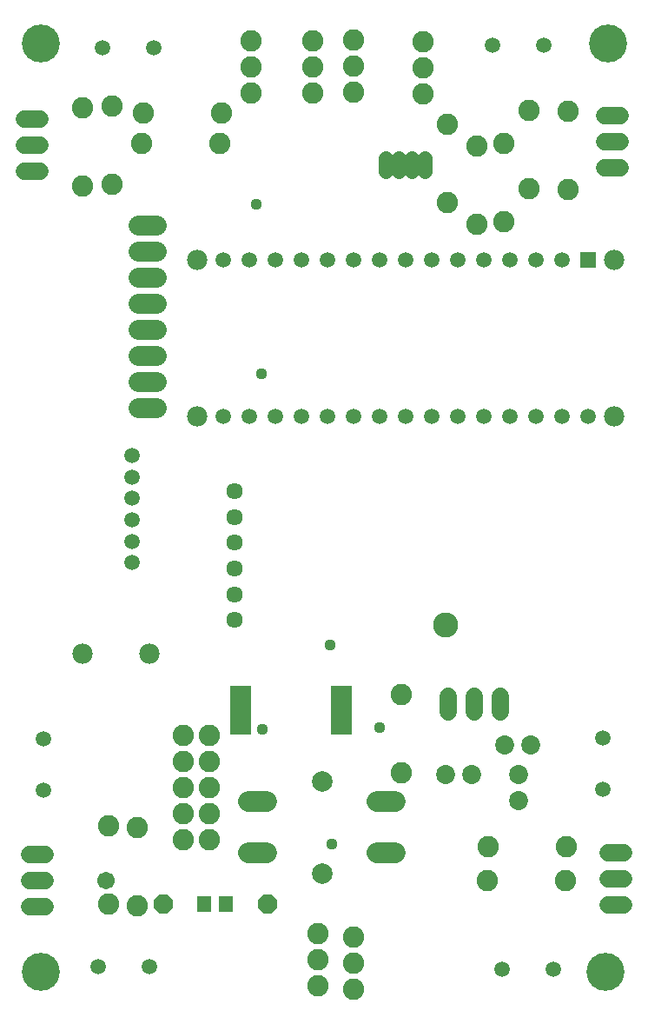
<source format=gbr>
G04 EAGLE Gerber RS-274X export*
G75*
%MOMM*%
%FSLAX34Y34*%
%LPD*%
%INSoldermask Top*%
%IPPOS*%
%AMOC8*
5,1,8,0,0,1.08239X$1,22.5*%
G01*
%ADD10C,3.703200*%
%ADD11C,1.981200*%
%ADD12R,1.511200X1.511200*%
%ADD13C,1.511200*%
%ADD14C,1.854200*%
%ADD15C,1.473200*%
%ADD16C,1.727200*%
%ADD17C,2.082800*%
%ADD18P,2.034460X8X202.500000*%
%ADD19R,1.400000X1.600000*%
%ADD20C,1.993900*%
%ADD21C,2.006600*%
%ADD22C,1.511300*%
%ADD23R,2.133600X1.168400*%
%ADD24C,1.611200*%
%ADD25C,1.981200*%
%ADD26C,2.453200*%
%ADD27C,1.109600*%
%ADD28C,1.703200*%


D10*
X40000Y944000D03*
X593000Y944000D03*
X40000Y40000D03*
X590000Y40000D03*
D11*
X598800Y733300D03*
D12*
X573400Y733300D03*
D13*
X548000Y733300D03*
X522600Y733300D03*
X497200Y733300D03*
X471800Y733300D03*
X446400Y733300D03*
X421000Y733300D03*
X395600Y733300D03*
X370200Y733300D03*
X344800Y733300D03*
X319400Y733300D03*
X294000Y733300D03*
X268600Y733300D03*
X243200Y733300D03*
X217800Y733300D03*
X217800Y580900D03*
X243200Y580900D03*
X268600Y580900D03*
X294000Y580900D03*
X319400Y580900D03*
X344800Y580900D03*
X370200Y580900D03*
X395600Y580900D03*
X421000Y580900D03*
X446400Y580900D03*
X471800Y580900D03*
X497200Y580900D03*
X522600Y580900D03*
X548000Y580900D03*
X573400Y580900D03*
D11*
X598800Y580900D03*
X192400Y580900D03*
X192400Y733300D03*
D14*
X506000Y232200D03*
X506000Y206800D03*
X518000Y261000D03*
X492600Y261000D03*
X434900Y232100D03*
X460300Y232100D03*
D15*
X389150Y819750D02*
X389150Y832450D01*
X376450Y832450D02*
X376450Y819750D01*
X401850Y819750D02*
X401850Y832450D01*
X414550Y832450D02*
X414550Y819750D01*
D16*
X437000Y307920D02*
X437000Y292680D01*
X462400Y292680D02*
X462400Y307920D01*
X487800Y307920D02*
X487800Y292680D01*
D17*
X178700Y270200D03*
X204100Y270200D03*
X178700Y244800D03*
X204100Y244800D03*
X178700Y219400D03*
X204100Y219400D03*
X178700Y194000D03*
X204100Y194000D03*
X178700Y168600D03*
X204100Y168600D03*
D11*
X145800Y349700D03*
X80800Y349700D03*
D17*
X344900Y896800D03*
X344900Y922200D03*
X344900Y947600D03*
X304900Y895400D03*
X304900Y920800D03*
X304900Y946200D03*
X345100Y74000D03*
X345100Y48600D03*
X345100Y23200D03*
X310100Y76900D03*
X310100Y51500D03*
X310100Y26100D03*
X244900Y896200D03*
X244900Y921600D03*
X244900Y947000D03*
X412400Y894800D03*
X412400Y920200D03*
X412400Y945600D03*
D16*
X589680Y822600D02*
X604920Y822600D01*
X604920Y848000D02*
X589680Y848000D01*
X589680Y873400D02*
X604920Y873400D01*
X608520Y155900D02*
X593280Y155900D01*
X593280Y130500D02*
X608520Y130500D01*
X608520Y105100D02*
X593280Y105100D01*
X39220Y870200D02*
X23980Y870200D01*
X23980Y844800D02*
X39220Y844800D01*
X39220Y819400D02*
X23980Y819400D01*
X28980Y154500D02*
X44220Y154500D01*
X44220Y129100D02*
X28980Y129100D01*
X28980Y103700D02*
X44220Y103700D01*
D17*
X464900Y768000D03*
X464900Y844200D03*
X516000Y802500D03*
X516000Y878700D03*
X106000Y105900D03*
X106000Y182100D03*
X134000Y180700D03*
X134000Y104500D03*
X140200Y876500D03*
X216400Y876500D03*
X138600Y846500D03*
X214800Y846500D03*
D18*
X260700Y105500D03*
X159100Y105500D03*
D19*
X220154Y105500D03*
X199646Y105500D03*
D17*
X391600Y234100D03*
X391600Y310300D03*
X475000Y128400D03*
X551200Y128400D03*
X491600Y770900D03*
X491600Y847100D03*
X436600Y789300D03*
X436600Y865500D03*
X552300Y161600D03*
X476100Y161600D03*
X80900Y881400D03*
X80900Y805200D03*
X109100Y807000D03*
X109100Y883200D03*
X554000Y878400D03*
X554000Y802200D03*
D20*
X260570Y155608D02*
X242663Y155608D01*
X367631Y155608D02*
X385538Y155608D01*
X260570Y205392D02*
X242663Y205392D01*
X367631Y205392D02*
X385538Y205392D01*
D21*
X314100Y135542D03*
X314100Y225458D03*
D22*
X588000Y217300D03*
X588000Y267300D03*
X100000Y940000D03*
X150000Y940000D03*
X96000Y44600D03*
X146000Y44600D03*
D23*
X235200Y312600D03*
X235200Y300600D03*
X235200Y288600D03*
X235200Y276600D03*
X333200Y312600D03*
X333200Y300600D03*
X333200Y288600D03*
X333200Y276600D03*
D22*
X530000Y942000D03*
X480000Y942000D03*
X42900Y216400D03*
X42900Y266400D03*
X490000Y42000D03*
X540000Y42000D03*
X128700Y542670D03*
X128700Y521840D03*
X128700Y501010D03*
X128700Y480180D03*
X128700Y459350D03*
X128700Y438520D03*
D24*
X228900Y382700D03*
X228900Y507700D03*
X228900Y407700D03*
X228900Y432700D03*
X228900Y457700D03*
X228900Y482700D03*
D25*
X152390Y665500D02*
X134610Y665500D01*
X134610Y690900D02*
X152390Y690900D01*
X152390Y640100D02*
X134610Y640100D01*
X134610Y614700D02*
X152390Y614700D01*
X152390Y589300D02*
X134610Y589300D01*
X134610Y716300D02*
X152390Y716300D01*
X152390Y741700D02*
X134610Y741700D01*
X134610Y767100D02*
X152390Y767100D01*
D26*
X435000Y377500D03*
D27*
X250000Y787500D03*
X324000Y164000D03*
X370000Y278000D03*
X255000Y622500D03*
D28*
X104000Y129000D03*
D27*
X322000Y358000D03*
X256000Y276000D03*
M02*

</source>
